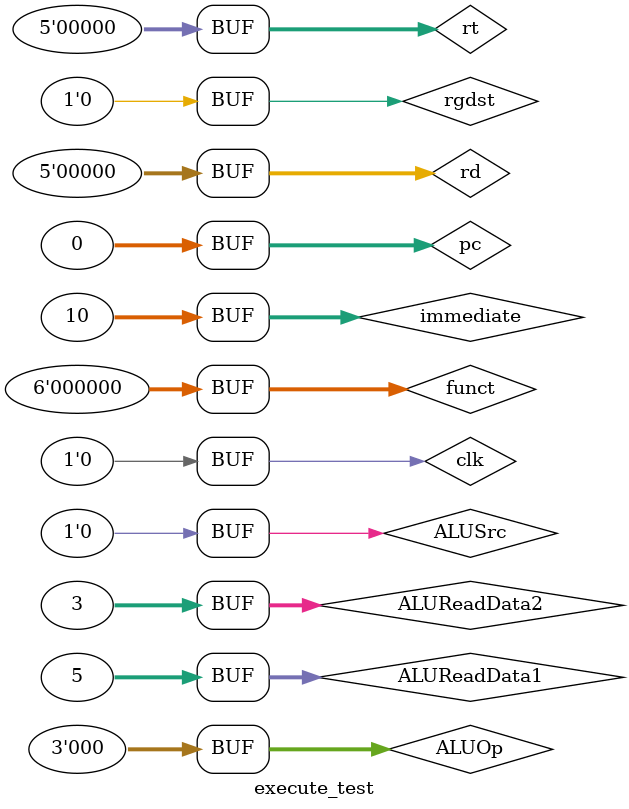
<source format=v>
`timescale 1ns / 1ps

module execute_test;

	// Inputs
	reg clk;
	reg [31:0] ALUReadData1;
	reg [31:0] ALUReadData2;
	reg [31:0] immediate;
	reg [31:0] pc;
	reg [5:0] funct;
	reg [2:0] ALUOp;
	reg [4:0] rt;
	reg [4:0] rd;
	reg ALUSrc;
	reg rgdst;

	// Outputs
	wire [31:0] aluresult;
	wire zero;
	wire [31:0] addresult;
	wire [31:0] alureaddata2;
	wire [4:0] rd_or_rt;

	// Instantiate the Unit Under Test (UUT)
	execute uut (
		.clk(clk), 
		.ALUReadData1(ALUReadData1), 
		.ALUReadData2(ALUReadData2), 
		.immediate(immediate), 
		.pc(pc), 
		.funct(funct), 
		.ALUOp(ALUOp), 
		.rt(rt), 
		.rd(rd), 
		.ALUSrc(ALUSrc), 
		.rgdst(rgdst), 
		.aluresult(aluresult), 
		.zero(zero), 
		.addresult(addresult), 
		.alureaddata2(alureaddata2), 
		.rd_or_rt(rd_or_rt)
	);

	initial begin
		// Initialize Inputs
		clk = 0;
		ALUReadData1 = 0;
		ALUReadData2 = 0;
		immediate = 0;
		pc = 0;
		funct = 0;
		ALUOp = 0;
		rt = 0;
		rd = 0;
		ALUSrc = 0;
		rgdst = 0;

		// Wait 100 ns for global reset to finish
		#100;
        
		// Add stimulus here
		
		ALUReadData1 = 5;
		ALUReadData2 = 3;
		immediate = 10;
		pc = 0;
		funct = 0;
		ALUOp = 0;
		rt = 0;
		rd = 0;
		ALUSrc = 0;
		rgdst = 0;

	end
      
endmodule


</source>
